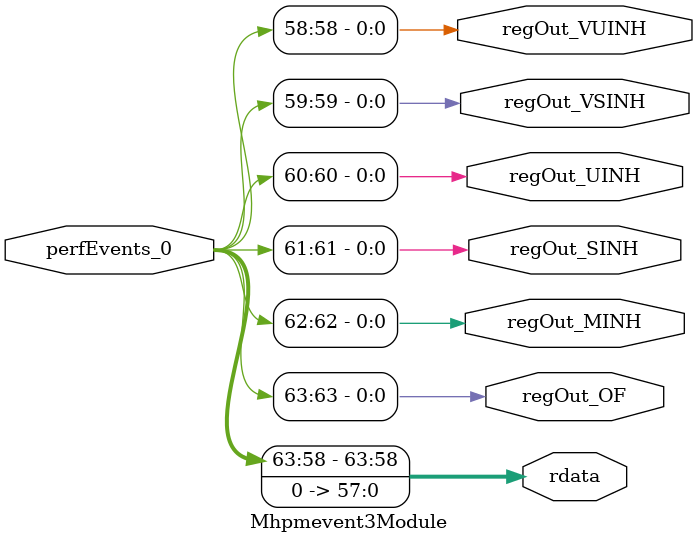
<source format=v>
`ifndef RANDOMIZE
  `ifdef RANDOMIZE_MEM_INIT
    `define RANDOMIZE
  `endif // RANDOMIZE_MEM_INIT
`endif // not def RANDOMIZE
`ifndef RANDOMIZE
  `ifdef RANDOMIZE_REG_INIT
    `define RANDOMIZE
  `endif // RANDOMIZE_REG_INIT
`endif // not def RANDOMIZE
`ifndef RANDOM
  `define RANDOM $random
`endif // not def RANDOM
// Users can define INIT_RANDOM as general code that gets injected into the
// initializer block for modules with registers.
`ifndef INIT_RANDOM
  `define INIT_RANDOM
`endif // not def INIT_RANDOM
// If using random initialization, you can also define RANDOMIZE_DELAY to
// customize the delay used, otherwise 0.002 is used.
`ifndef RANDOMIZE_DELAY
  `define RANDOMIZE_DELAY 0.002
`endif // not def RANDOMIZE_DELAY
// Define INIT_RANDOM_PROLOG_ for use in our modules below.
`ifndef INIT_RANDOM_PROLOG_
  `ifdef RANDOMIZE
    `ifdef VERILATOR
      `define INIT_RANDOM_PROLOG_ `INIT_RANDOM
    `else  // VERILATOR
      `define INIT_RANDOM_PROLOG_ `INIT_RANDOM #`RANDOMIZE_DELAY begin end
    `endif // VERILATOR
  `else  // RANDOMIZE
    `define INIT_RANDOM_PROLOG_
  `endif // RANDOMIZE
`endif // not def INIT_RANDOM_PROLOG_
// Include register initializers in init blocks unless synthesis is set
`ifndef SYNTHESIS
  `ifndef ENABLE_INITIAL_REG_
    `define ENABLE_INITIAL_REG_
  `endif // not def ENABLE_INITIAL_REG_
`endif // not def SYNTHESIS
// Include rmemory initializers in init blocks unless synthesis is set
`ifndef SYNTHESIS
  `ifndef ENABLE_INITIAL_MEM_
    `define ENABLE_INITIAL_MEM_
  `endif // not def ENABLE_INITIAL_MEM_
`endif // not def SYNTHESIS
module Mhpmevent3Module(
  output [63:0] rdata,
  output        regOut_OF,
  output        regOut_MINH,
  output        regOut_SINH,
  output        regOut_UINH,
  output        regOut_VSINH,
  output        regOut_VUINH,
  input  [63:0] perfEvents_0
);

  assign rdata = {perfEvents_0[63:58], 58'h0};
  assign regOut_OF = perfEvents_0[63];
  assign regOut_MINH = perfEvents_0[62];
  assign regOut_SINH = perfEvents_0[61];
  assign regOut_UINH = perfEvents_0[60];
  assign regOut_VSINH = perfEvents_0[59];
  assign regOut_VUINH = perfEvents_0[58];
endmodule


</source>
